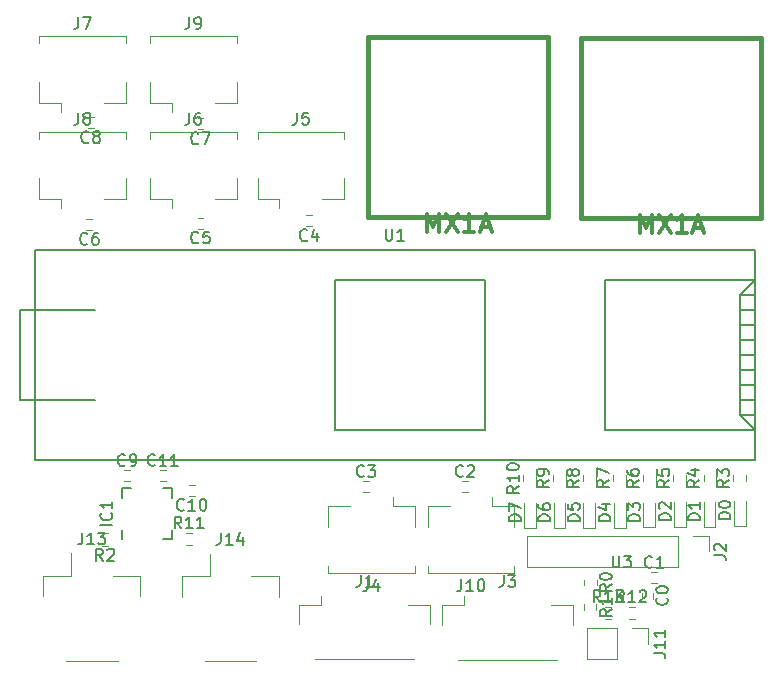
<source format=gbr>
G04 #@! TF.FileFunction,Legend,Top*
%FSLAX46Y46*%
G04 Gerber Fmt 4.6, Leading zero omitted, Abs format (unit mm)*
G04 Created by KiCad (PCBNEW 4.0.7) date Saturday, March 17, 2018 'PMt' 07:18:32 PM*
%MOMM*%
%LPD*%
G01*
G04 APERTURE LIST*
%ADD10C,0.050000*%
%ADD11C,0.381000*%
%ADD12C,0.120000*%
%ADD13C,0.150000*%
%ADD14C,0.304800*%
G04 APERTURE END LIST*
D10*
D11*
X125958600Y-78526640D02*
X110718600Y-78526640D01*
X110718600Y-78526640D02*
X110718600Y-63286640D01*
X110718600Y-63286640D02*
X125958600Y-63286640D01*
X125958600Y-63286640D02*
X125958600Y-78526640D01*
X107939840Y-78450440D02*
X92699840Y-78450440D01*
X92699840Y-78450440D02*
X92699840Y-63210440D01*
X92699840Y-63210440D02*
X107939840Y-63210440D01*
X107939840Y-63210440D02*
X107939840Y-78450440D01*
D12*
X65201520Y-110594960D02*
X65201520Y-108894960D01*
X65201520Y-108894960D02*
X67551520Y-108894960D01*
X67551520Y-108894960D02*
X67551520Y-106954960D01*
X73421520Y-110594960D02*
X73421520Y-108894960D01*
X73421520Y-108894960D02*
X71071520Y-108894960D01*
X67121520Y-116064960D02*
X71501520Y-116064960D01*
X76926160Y-110615280D02*
X76926160Y-108915280D01*
X76926160Y-108915280D02*
X79276160Y-108915280D01*
X79276160Y-108915280D02*
X79276160Y-106975280D01*
X85146160Y-110615280D02*
X85146160Y-108915280D01*
X85146160Y-108915280D02*
X82796160Y-108915280D01*
X78846160Y-116085280D02*
X83226160Y-116085280D01*
X123665360Y-104622120D02*
X124665360Y-104622120D01*
X124665360Y-104622120D02*
X124665360Y-102522120D01*
X123665360Y-104622120D02*
X123665360Y-102522120D01*
X121094880Y-104705940D02*
X122094880Y-104705940D01*
X122094880Y-104705940D02*
X122094880Y-102605940D01*
X121094880Y-104705940D02*
X121094880Y-102605940D01*
X118608220Y-104705940D02*
X119608220Y-104705940D01*
X119608220Y-104705940D02*
X119608220Y-102605940D01*
X118608220Y-104705940D02*
X118608220Y-102605940D01*
X116009800Y-104761820D02*
X117009800Y-104761820D01*
X117009800Y-104761820D02*
X117009800Y-102661820D01*
X116009800Y-104761820D02*
X116009800Y-102661820D01*
X113500000Y-104800000D02*
X114500000Y-104800000D01*
X114500000Y-104800000D02*
X114500000Y-102700000D01*
X113500000Y-104800000D02*
X113500000Y-102700000D01*
X110900000Y-104800000D02*
X111900000Y-104800000D01*
X111900000Y-104800000D02*
X111900000Y-102700000D01*
X110900000Y-104800000D02*
X110900000Y-102700000D01*
X108400000Y-104800000D02*
X109400000Y-104800000D01*
X109400000Y-104800000D02*
X109400000Y-102700000D01*
X108400000Y-104800000D02*
X108400000Y-102700000D01*
X105900000Y-104800000D02*
X106900000Y-104800000D01*
X106900000Y-104800000D02*
X106900000Y-102700000D01*
X105900000Y-104800000D02*
X105900000Y-102700000D01*
X86860040Y-112973200D02*
X86860040Y-111323200D01*
X86860040Y-111323200D02*
X88710040Y-111323200D01*
X88710040Y-111323200D02*
X88710040Y-110533200D01*
X97930040Y-112973200D02*
X97930040Y-111323200D01*
X97930040Y-111323200D02*
X96080040Y-111323200D01*
X88180040Y-115943200D02*
X96610040Y-115943200D01*
X106170000Y-105470000D02*
X106170000Y-108130000D01*
X118930000Y-105470000D02*
X106170000Y-105470000D01*
X118930000Y-108130000D02*
X106170000Y-108130000D01*
X118930000Y-105470000D02*
X118930000Y-108130000D01*
X120200000Y-105470000D02*
X121530000Y-105470000D01*
X121530000Y-105470000D02*
X121530000Y-106800000D01*
X98960600Y-112983360D02*
X98960600Y-111333360D01*
X98960600Y-111333360D02*
X100810600Y-111333360D01*
X100810600Y-111333360D02*
X100810600Y-110543360D01*
X110030600Y-112983360D02*
X110030600Y-111333360D01*
X110030600Y-111333360D02*
X108180600Y-111333360D01*
X100280600Y-115953360D02*
X108710600Y-115953360D01*
X111207240Y-113264640D02*
X111207240Y-115924640D01*
X113807240Y-113264640D02*
X111207240Y-113264640D01*
X113807240Y-115924640D02*
X111207240Y-115924640D01*
X113807240Y-113264640D02*
X113807240Y-115924640D01*
X115077240Y-113264640D02*
X116407240Y-113264640D01*
X116407240Y-113264640D02*
X116407240Y-114594640D01*
D13*
X71824960Y-101461680D02*
X72599960Y-101461680D01*
X76124960Y-105761680D02*
X75349960Y-105761680D01*
X76124960Y-101461680D02*
X75349960Y-101461680D01*
X71824960Y-105761680D02*
X71824960Y-104986680D01*
X76124960Y-105761680D02*
X76124960Y-104986680D01*
X76124960Y-101461680D02*
X76124960Y-102236680D01*
X71824960Y-101461680D02*
X71824960Y-102236680D01*
D12*
X116820000Y-110800000D02*
X116820000Y-110300000D01*
X115880000Y-110300000D02*
X115880000Y-110800000D01*
X117150000Y-108530000D02*
X116650000Y-108530000D01*
X116650000Y-109470000D02*
X117150000Y-109470000D01*
X101150000Y-100830000D02*
X100650000Y-100830000D01*
X100650000Y-101770000D02*
X101150000Y-101770000D01*
X92750000Y-100830000D02*
X92250000Y-100830000D01*
X92250000Y-101770000D02*
X92750000Y-101770000D01*
X87450000Y-79270000D02*
X87950000Y-79270000D01*
X87950000Y-78330000D02*
X87450000Y-78330000D01*
X78250000Y-79470000D02*
X78750000Y-79470000D01*
X78750000Y-78530000D02*
X78250000Y-78530000D01*
X68850000Y-79570000D02*
X69350000Y-79570000D01*
X69350000Y-78630000D02*
X68850000Y-78630000D01*
X78250000Y-71070000D02*
X78750000Y-71070000D01*
X78750000Y-70130000D02*
X78250000Y-70130000D01*
X68950000Y-70970000D02*
X69450000Y-70970000D01*
X69450000Y-70030000D02*
X68950000Y-70030000D01*
X72533320Y-99920960D02*
X72033320Y-99920960D01*
X72033320Y-100860960D02*
X72533320Y-100860960D01*
X77499400Y-102095400D02*
X77999400Y-102095400D01*
X77999400Y-101155400D02*
X77499400Y-101155400D01*
X75545760Y-99915880D02*
X75045760Y-99915880D01*
X75045760Y-100855880D02*
X75545760Y-100855880D01*
X112042520Y-109676200D02*
X112042520Y-109176200D01*
X110982520Y-109176200D02*
X110982520Y-109676200D01*
X112030000Y-111750000D02*
X112030000Y-111250000D01*
X110970000Y-111250000D02*
X110970000Y-111750000D01*
X70158800Y-106295600D02*
X70658800Y-106295600D01*
X70658800Y-105235600D02*
X70158800Y-105235600D01*
X123607420Y-100361940D02*
X123607420Y-100861940D01*
X124667420Y-100861940D02*
X124667420Y-100361940D01*
X121092820Y-100334000D02*
X121092820Y-100834000D01*
X122152820Y-100834000D02*
X122152820Y-100334000D01*
X118550280Y-100334000D02*
X118550280Y-100834000D01*
X119610280Y-100834000D02*
X119610280Y-100334000D01*
X115979800Y-100334000D02*
X115979800Y-100834000D01*
X117039800Y-100834000D02*
X117039800Y-100334000D01*
X113437260Y-100334000D02*
X113437260Y-100834000D01*
X114497260Y-100834000D02*
X114497260Y-100334000D01*
X110894720Y-100361940D02*
X110894720Y-100861940D01*
X111954720Y-100861940D02*
X111954720Y-100361940D01*
X108352180Y-100334000D02*
X108352180Y-100834000D01*
X109412180Y-100834000D02*
X109412180Y-100334000D01*
X105809640Y-100361940D02*
X105809640Y-100861940D01*
X106869640Y-100861940D02*
X106869640Y-100361940D01*
X77770800Y-105215280D02*
X77270800Y-105215280D01*
X77270800Y-106275280D02*
X77770800Y-106275280D01*
D13*
X102549960Y-96535240D02*
X102549960Y-83835240D01*
X89849960Y-83835240D02*
X89849960Y-96535240D01*
X89849960Y-96535240D02*
X102549960Y-96535240D01*
X89849960Y-83835240D02*
X102549960Y-83835240D01*
X124139960Y-95265240D02*
X125409960Y-95265240D01*
X124139960Y-93995240D02*
X125409960Y-93995240D01*
X124139960Y-92725240D02*
X125409960Y-92725240D01*
X124139960Y-91455240D02*
X125409960Y-91455240D01*
X124139960Y-90185240D02*
X125409960Y-90185240D01*
X124139960Y-88915240D02*
X125409960Y-88915240D01*
X124139960Y-87645240D02*
X125409960Y-87645240D01*
X124139960Y-86375240D02*
X125409960Y-86375240D01*
X124139960Y-85105240D02*
X125409960Y-85105240D01*
X125409960Y-96535240D02*
X124139960Y-95265240D01*
X124139960Y-95265240D02*
X124139960Y-85105240D01*
X124139960Y-85105240D02*
X125409960Y-83835240D01*
X125409960Y-83835240D02*
X112709960Y-83835240D01*
X112709960Y-83835240D02*
X112709960Y-96535240D01*
X112709960Y-96535240D02*
X125409960Y-96535240D01*
X125409960Y-81295240D02*
X64449960Y-81295240D01*
X64449960Y-99075240D02*
X125409960Y-99075240D01*
X64449960Y-93995240D02*
X63179960Y-93995240D01*
X63179960Y-93995240D02*
X63179960Y-86375240D01*
X63179960Y-86375240D02*
X64449960Y-86375240D01*
X69529960Y-86375240D02*
X64449960Y-86375240D01*
X69529960Y-93995240D02*
X64449960Y-93995240D01*
X125409960Y-81295240D02*
X125409960Y-99075240D01*
X64449960Y-99075240D02*
X64449960Y-81295240D01*
D12*
X96660000Y-104740000D02*
X96660000Y-102940000D01*
X96660000Y-102940000D02*
X94810000Y-102940000D01*
X94810000Y-102940000D02*
X94810000Y-102200000D01*
X89340000Y-104740000D02*
X89340000Y-102940000D01*
X89340000Y-102940000D02*
X91190000Y-102940000D01*
X96660000Y-108060000D02*
X96660000Y-108610000D01*
X96660000Y-108610000D02*
X89340000Y-108610000D01*
X89340000Y-108610000D02*
X89340000Y-108060000D01*
X83340000Y-75160000D02*
X83340000Y-76960000D01*
X83340000Y-76960000D02*
X85190000Y-76960000D01*
X85190000Y-76960000D02*
X85190000Y-77700000D01*
X90660000Y-75160000D02*
X90660000Y-76960000D01*
X90660000Y-76960000D02*
X88810000Y-76960000D01*
X83340000Y-71840000D02*
X83340000Y-71290000D01*
X83340000Y-71290000D02*
X90660000Y-71290000D01*
X90660000Y-71290000D02*
X90660000Y-71840000D01*
X74240000Y-75160000D02*
X74240000Y-76960000D01*
X74240000Y-76960000D02*
X76090000Y-76960000D01*
X76090000Y-76960000D02*
X76090000Y-77700000D01*
X81560000Y-75160000D02*
X81560000Y-76960000D01*
X81560000Y-76960000D02*
X79710000Y-76960000D01*
X74240000Y-71840000D02*
X74240000Y-71290000D01*
X74240000Y-71290000D02*
X81560000Y-71290000D01*
X81560000Y-71290000D02*
X81560000Y-71840000D01*
X64840000Y-67060000D02*
X64840000Y-68860000D01*
X64840000Y-68860000D02*
X66690000Y-68860000D01*
X66690000Y-68860000D02*
X66690000Y-69600000D01*
X72160000Y-67060000D02*
X72160000Y-68860000D01*
X72160000Y-68860000D02*
X70310000Y-68860000D01*
X64840000Y-63740000D02*
X64840000Y-63190000D01*
X64840000Y-63190000D02*
X72160000Y-63190000D01*
X72160000Y-63190000D02*
X72160000Y-63740000D01*
X64840000Y-75160000D02*
X64840000Y-76960000D01*
X64840000Y-76960000D02*
X66690000Y-76960000D01*
X66690000Y-76960000D02*
X66690000Y-77700000D01*
X72160000Y-75160000D02*
X72160000Y-76960000D01*
X72160000Y-76960000D02*
X70310000Y-76960000D01*
X64840000Y-71840000D02*
X64840000Y-71290000D01*
X64840000Y-71290000D02*
X72160000Y-71290000D01*
X72160000Y-71290000D02*
X72160000Y-71840000D01*
X74240000Y-67060000D02*
X74240000Y-68860000D01*
X74240000Y-68860000D02*
X76090000Y-68860000D01*
X76090000Y-68860000D02*
X76090000Y-69600000D01*
X81560000Y-67060000D02*
X81560000Y-68860000D01*
X81560000Y-68860000D02*
X79710000Y-68860000D01*
X74240000Y-63740000D02*
X74240000Y-63190000D01*
X74240000Y-63190000D02*
X81560000Y-63190000D01*
X81560000Y-63190000D02*
X81560000Y-63740000D01*
X105060000Y-104740000D02*
X105060000Y-102940000D01*
X105060000Y-102940000D02*
X103210000Y-102940000D01*
X103210000Y-102940000D02*
X103210000Y-102200000D01*
X97740000Y-104740000D02*
X97740000Y-102940000D01*
X97740000Y-102940000D02*
X99590000Y-102940000D01*
X105060000Y-108060000D02*
X105060000Y-108610000D01*
X105060000Y-108610000D02*
X97740000Y-108610000D01*
X97740000Y-108610000D02*
X97740000Y-108060000D01*
X115250000Y-111470000D02*
X114750000Y-111470000D01*
X114750000Y-112530000D02*
X115250000Y-112530000D01*
X113250000Y-111470000D02*
X112750000Y-111470000D01*
X112750000Y-112530000D02*
X113250000Y-112530000D01*
D13*
X113387135Y-107142061D02*
X113387135Y-107951585D01*
X113434754Y-108046823D01*
X113482373Y-108094442D01*
X113577611Y-108142061D01*
X113768088Y-108142061D01*
X113863326Y-108094442D01*
X113910945Y-108046823D01*
X113958564Y-107951585D01*
X113958564Y-107142061D01*
X114339516Y-107142061D02*
X114958564Y-107142061D01*
X114625230Y-107523013D01*
X114768088Y-107523013D01*
X114863326Y-107570632D01*
X114910945Y-107618251D01*
X114958564Y-107713490D01*
X114958564Y-107951585D01*
X114910945Y-108046823D01*
X114863326Y-108094442D01*
X114768088Y-108142061D01*
X114482373Y-108142061D01*
X114387135Y-108094442D01*
X114339516Y-108046823D01*
D14*
X115726028Y-79851069D02*
X115726028Y-78327069D01*
X116234028Y-79415640D01*
X116742028Y-78327069D01*
X116742028Y-79851069D01*
X117322599Y-78327069D02*
X118338599Y-79851069D01*
X118338599Y-78327069D02*
X117322599Y-79851069D01*
X119717457Y-79851069D02*
X118846600Y-79851069D01*
X119282028Y-79851069D02*
X119282028Y-78327069D01*
X119136885Y-78544783D01*
X118991743Y-78689926D01*
X118846600Y-78762497D01*
X120298029Y-79415640D02*
X121023743Y-79415640D01*
X120152886Y-79851069D02*
X120660886Y-78327069D01*
X121168886Y-79851069D01*
X97707268Y-79774869D02*
X97707268Y-78250869D01*
X98215268Y-79339440D01*
X98723268Y-78250869D01*
X98723268Y-79774869D01*
X99303839Y-78250869D02*
X100319839Y-79774869D01*
X100319839Y-78250869D02*
X99303839Y-79774869D01*
X101698697Y-79774869D02*
X100827840Y-79774869D01*
X101263268Y-79774869D02*
X101263268Y-78250869D01*
X101118125Y-78468583D01*
X100972983Y-78613726D01*
X100827840Y-78686297D01*
X102279269Y-79339440D02*
X103004983Y-79339440D01*
X102134126Y-79774869D02*
X102642126Y-78250869D01*
X103150126Y-79774869D01*
D13*
X68501997Y-105207341D02*
X68501997Y-105921627D01*
X68454377Y-106064484D01*
X68359139Y-106159722D01*
X68216282Y-106207341D01*
X68121044Y-106207341D01*
X69501997Y-106207341D02*
X68930568Y-106207341D01*
X69216282Y-106207341D02*
X69216282Y-105207341D01*
X69121044Y-105350198D01*
X69025806Y-105445436D01*
X68930568Y-105493055D01*
X69835330Y-105207341D02*
X70454378Y-105207341D01*
X70121044Y-105588293D01*
X70263902Y-105588293D01*
X70359140Y-105635912D01*
X70406759Y-105683531D01*
X70454378Y-105778770D01*
X70454378Y-106016865D01*
X70406759Y-106112103D01*
X70359140Y-106159722D01*
X70263902Y-106207341D01*
X69978187Y-106207341D01*
X69882949Y-106159722D01*
X69835330Y-106112103D01*
X80226637Y-105227661D02*
X80226637Y-105941947D01*
X80179017Y-106084804D01*
X80083779Y-106180042D01*
X79940922Y-106227661D01*
X79845684Y-106227661D01*
X81226637Y-106227661D02*
X80655208Y-106227661D01*
X80940922Y-106227661D02*
X80940922Y-105227661D01*
X80845684Y-105370518D01*
X80750446Y-105465756D01*
X80655208Y-105513375D01*
X82083780Y-105560994D02*
X82083780Y-106227661D01*
X81845684Y-105180042D02*
X81607589Y-105894328D01*
X82226637Y-105894328D01*
X123367741Y-104060215D02*
X122367741Y-104060215D01*
X122367741Y-103822120D01*
X122415360Y-103679262D01*
X122510598Y-103584024D01*
X122605836Y-103536405D01*
X122796312Y-103488786D01*
X122939170Y-103488786D01*
X123129646Y-103536405D01*
X123224884Y-103584024D01*
X123320122Y-103679262D01*
X123367741Y-103822120D01*
X123367741Y-104060215D01*
X122367741Y-102869739D02*
X122367741Y-102774500D01*
X122415360Y-102679262D01*
X122462979Y-102631643D01*
X122558217Y-102584024D01*
X122748693Y-102536405D01*
X122986789Y-102536405D01*
X123177265Y-102584024D01*
X123272503Y-102631643D01*
X123320122Y-102679262D01*
X123367741Y-102774500D01*
X123367741Y-102869739D01*
X123320122Y-102964977D01*
X123272503Y-103012596D01*
X123177265Y-103060215D01*
X122986789Y-103107834D01*
X122748693Y-103107834D01*
X122558217Y-103060215D01*
X122462979Y-103012596D01*
X122415360Y-102964977D01*
X122367741Y-102869739D01*
X120797261Y-104144035D02*
X119797261Y-104144035D01*
X119797261Y-103905940D01*
X119844880Y-103763082D01*
X119940118Y-103667844D01*
X120035356Y-103620225D01*
X120225832Y-103572606D01*
X120368690Y-103572606D01*
X120559166Y-103620225D01*
X120654404Y-103667844D01*
X120749642Y-103763082D01*
X120797261Y-103905940D01*
X120797261Y-104144035D01*
X120797261Y-102620225D02*
X120797261Y-103191654D01*
X120797261Y-102905940D02*
X119797261Y-102905940D01*
X119940118Y-103001178D01*
X120035356Y-103096416D01*
X120082975Y-103191654D01*
X118310601Y-104144035D02*
X117310601Y-104144035D01*
X117310601Y-103905940D01*
X117358220Y-103763082D01*
X117453458Y-103667844D01*
X117548696Y-103620225D01*
X117739172Y-103572606D01*
X117882030Y-103572606D01*
X118072506Y-103620225D01*
X118167744Y-103667844D01*
X118262982Y-103763082D01*
X118310601Y-103905940D01*
X118310601Y-104144035D01*
X117405839Y-103191654D02*
X117358220Y-103144035D01*
X117310601Y-103048797D01*
X117310601Y-102810701D01*
X117358220Y-102715463D01*
X117405839Y-102667844D01*
X117501077Y-102620225D01*
X117596315Y-102620225D01*
X117739172Y-102667844D01*
X118310601Y-103239273D01*
X118310601Y-102620225D01*
X115712181Y-104199915D02*
X114712181Y-104199915D01*
X114712181Y-103961820D01*
X114759800Y-103818962D01*
X114855038Y-103723724D01*
X114950276Y-103676105D01*
X115140752Y-103628486D01*
X115283610Y-103628486D01*
X115474086Y-103676105D01*
X115569324Y-103723724D01*
X115664562Y-103818962D01*
X115712181Y-103961820D01*
X115712181Y-104199915D01*
X114712181Y-103295153D02*
X114712181Y-102676105D01*
X115093133Y-103009439D01*
X115093133Y-102866581D01*
X115140752Y-102771343D01*
X115188371Y-102723724D01*
X115283610Y-102676105D01*
X115521705Y-102676105D01*
X115616943Y-102723724D01*
X115664562Y-102771343D01*
X115712181Y-102866581D01*
X115712181Y-103152296D01*
X115664562Y-103247534D01*
X115616943Y-103295153D01*
X113202381Y-104238095D02*
X112202381Y-104238095D01*
X112202381Y-104000000D01*
X112250000Y-103857142D01*
X112345238Y-103761904D01*
X112440476Y-103714285D01*
X112630952Y-103666666D01*
X112773810Y-103666666D01*
X112964286Y-103714285D01*
X113059524Y-103761904D01*
X113154762Y-103857142D01*
X113202381Y-104000000D01*
X113202381Y-104238095D01*
X112535714Y-102809523D02*
X113202381Y-102809523D01*
X112154762Y-103047619D02*
X112869048Y-103285714D01*
X112869048Y-102666666D01*
X110602381Y-104238095D02*
X109602381Y-104238095D01*
X109602381Y-104000000D01*
X109650000Y-103857142D01*
X109745238Y-103761904D01*
X109840476Y-103714285D01*
X110030952Y-103666666D01*
X110173810Y-103666666D01*
X110364286Y-103714285D01*
X110459524Y-103761904D01*
X110554762Y-103857142D01*
X110602381Y-104000000D01*
X110602381Y-104238095D01*
X109602381Y-102761904D02*
X109602381Y-103238095D01*
X110078571Y-103285714D01*
X110030952Y-103238095D01*
X109983333Y-103142857D01*
X109983333Y-102904761D01*
X110030952Y-102809523D01*
X110078571Y-102761904D01*
X110173810Y-102714285D01*
X110411905Y-102714285D01*
X110507143Y-102761904D01*
X110554762Y-102809523D01*
X110602381Y-102904761D01*
X110602381Y-103142857D01*
X110554762Y-103238095D01*
X110507143Y-103285714D01*
X108102381Y-104238095D02*
X107102381Y-104238095D01*
X107102381Y-104000000D01*
X107150000Y-103857142D01*
X107245238Y-103761904D01*
X107340476Y-103714285D01*
X107530952Y-103666666D01*
X107673810Y-103666666D01*
X107864286Y-103714285D01*
X107959524Y-103761904D01*
X108054762Y-103857142D01*
X108102381Y-104000000D01*
X108102381Y-104238095D01*
X107102381Y-102809523D02*
X107102381Y-103000000D01*
X107150000Y-103095238D01*
X107197619Y-103142857D01*
X107340476Y-103238095D01*
X107530952Y-103285714D01*
X107911905Y-103285714D01*
X108007143Y-103238095D01*
X108054762Y-103190476D01*
X108102381Y-103095238D01*
X108102381Y-102904761D01*
X108054762Y-102809523D01*
X108007143Y-102761904D01*
X107911905Y-102714285D01*
X107673810Y-102714285D01*
X107578571Y-102761904D01*
X107530952Y-102809523D01*
X107483333Y-102904761D01*
X107483333Y-103095238D01*
X107530952Y-103190476D01*
X107578571Y-103238095D01*
X107673810Y-103285714D01*
X105602381Y-104238095D02*
X104602381Y-104238095D01*
X104602381Y-104000000D01*
X104650000Y-103857142D01*
X104745238Y-103761904D01*
X104840476Y-103714285D01*
X105030952Y-103666666D01*
X105173810Y-103666666D01*
X105364286Y-103714285D01*
X105459524Y-103761904D01*
X105554762Y-103857142D01*
X105602381Y-104000000D01*
X105602381Y-104238095D01*
X104602381Y-103333333D02*
X104602381Y-102666666D01*
X105602381Y-103095238D01*
X92061707Y-108785581D02*
X92061707Y-109499867D01*
X92014087Y-109642724D01*
X91918849Y-109737962D01*
X91775992Y-109785581D01*
X91680754Y-109785581D01*
X93061707Y-109785581D02*
X92490278Y-109785581D01*
X92775992Y-109785581D02*
X92775992Y-108785581D01*
X92680754Y-108928438D01*
X92585516Y-109023676D01*
X92490278Y-109071295D01*
X121982381Y-107133333D02*
X122696667Y-107133333D01*
X122839524Y-107180953D01*
X122934762Y-107276191D01*
X122982381Y-107419048D01*
X122982381Y-107514286D01*
X122077619Y-106704762D02*
X122030000Y-106657143D01*
X121982381Y-106561905D01*
X121982381Y-106323809D01*
X122030000Y-106228571D01*
X122077619Y-106180952D01*
X122172857Y-106133333D01*
X122268095Y-106133333D01*
X122410952Y-106180952D01*
X122982381Y-106752381D01*
X122982381Y-106133333D01*
X104162267Y-108795741D02*
X104162267Y-109510027D01*
X104114647Y-109652884D01*
X104019409Y-109748122D01*
X103876552Y-109795741D01*
X103781314Y-109795741D01*
X104543219Y-108795741D02*
X105162267Y-108795741D01*
X104828933Y-109176693D01*
X104971791Y-109176693D01*
X105067029Y-109224312D01*
X105114648Y-109271931D01*
X105162267Y-109367170D01*
X105162267Y-109605265D01*
X105114648Y-109700503D01*
X105067029Y-109748122D01*
X104971791Y-109795741D01*
X104686076Y-109795741D01*
X104590838Y-109748122D01*
X104543219Y-109700503D01*
X116859621Y-115404163D02*
X117573907Y-115404163D01*
X117716764Y-115451783D01*
X117812002Y-115547021D01*
X117859621Y-115689878D01*
X117859621Y-115785116D01*
X117859621Y-114404163D02*
X117859621Y-114975592D01*
X117859621Y-114689878D02*
X116859621Y-114689878D01*
X117002478Y-114785116D01*
X117097716Y-114880354D01*
X117145335Y-114975592D01*
X117859621Y-113451782D02*
X117859621Y-114023211D01*
X117859621Y-113737497D02*
X116859621Y-113737497D01*
X117002478Y-113832735D01*
X117097716Y-113927973D01*
X117145335Y-114023211D01*
X71027341Y-104587870D02*
X70027341Y-104587870D01*
X70932103Y-103540251D02*
X70979722Y-103587870D01*
X71027341Y-103730727D01*
X71027341Y-103825965D01*
X70979722Y-103968823D01*
X70884484Y-104064061D01*
X70789246Y-104111680D01*
X70598770Y-104159299D01*
X70455912Y-104159299D01*
X70265436Y-104111680D01*
X70170198Y-104064061D01*
X70074960Y-103968823D01*
X70027341Y-103825965D01*
X70027341Y-103730727D01*
X70074960Y-103587870D01*
X70122579Y-103540251D01*
X71027341Y-102587870D02*
X71027341Y-103159299D01*
X71027341Y-102873585D02*
X70027341Y-102873585D01*
X70170198Y-102968823D01*
X70265436Y-103064061D01*
X70313055Y-103159299D01*
X117977143Y-110716666D02*
X118024762Y-110764285D01*
X118072381Y-110907142D01*
X118072381Y-111002380D01*
X118024762Y-111145238D01*
X117929524Y-111240476D01*
X117834286Y-111288095D01*
X117643810Y-111335714D01*
X117500952Y-111335714D01*
X117310476Y-111288095D01*
X117215238Y-111240476D01*
X117120000Y-111145238D01*
X117072381Y-111002380D01*
X117072381Y-110907142D01*
X117120000Y-110764285D01*
X117167619Y-110716666D01*
X117072381Y-110097619D02*
X117072381Y-110002380D01*
X117120000Y-109907142D01*
X117167619Y-109859523D01*
X117262857Y-109811904D01*
X117453333Y-109764285D01*
X117691429Y-109764285D01*
X117881905Y-109811904D01*
X117977143Y-109859523D01*
X118024762Y-109907142D01*
X118072381Y-110002380D01*
X118072381Y-110097619D01*
X118024762Y-110192857D01*
X117977143Y-110240476D01*
X117881905Y-110288095D01*
X117691429Y-110335714D01*
X117453333Y-110335714D01*
X117262857Y-110288095D01*
X117167619Y-110240476D01*
X117120000Y-110192857D01*
X117072381Y-110097619D01*
X116733334Y-108087143D02*
X116685715Y-108134762D01*
X116542858Y-108182381D01*
X116447620Y-108182381D01*
X116304762Y-108134762D01*
X116209524Y-108039524D01*
X116161905Y-107944286D01*
X116114286Y-107753810D01*
X116114286Y-107610952D01*
X116161905Y-107420476D01*
X116209524Y-107325238D01*
X116304762Y-107230000D01*
X116447620Y-107182381D01*
X116542858Y-107182381D01*
X116685715Y-107230000D01*
X116733334Y-107277619D01*
X117685715Y-108182381D02*
X117114286Y-108182381D01*
X117400000Y-108182381D02*
X117400000Y-107182381D01*
X117304762Y-107325238D01*
X117209524Y-107420476D01*
X117114286Y-107468095D01*
X100733334Y-100387143D02*
X100685715Y-100434762D01*
X100542858Y-100482381D01*
X100447620Y-100482381D01*
X100304762Y-100434762D01*
X100209524Y-100339524D01*
X100161905Y-100244286D01*
X100114286Y-100053810D01*
X100114286Y-99910952D01*
X100161905Y-99720476D01*
X100209524Y-99625238D01*
X100304762Y-99530000D01*
X100447620Y-99482381D01*
X100542858Y-99482381D01*
X100685715Y-99530000D01*
X100733334Y-99577619D01*
X101114286Y-99577619D02*
X101161905Y-99530000D01*
X101257143Y-99482381D01*
X101495239Y-99482381D01*
X101590477Y-99530000D01*
X101638096Y-99577619D01*
X101685715Y-99672857D01*
X101685715Y-99768095D01*
X101638096Y-99910952D01*
X101066667Y-100482381D01*
X101685715Y-100482381D01*
X92333334Y-100387143D02*
X92285715Y-100434762D01*
X92142858Y-100482381D01*
X92047620Y-100482381D01*
X91904762Y-100434762D01*
X91809524Y-100339524D01*
X91761905Y-100244286D01*
X91714286Y-100053810D01*
X91714286Y-99910952D01*
X91761905Y-99720476D01*
X91809524Y-99625238D01*
X91904762Y-99530000D01*
X92047620Y-99482381D01*
X92142858Y-99482381D01*
X92285715Y-99530000D01*
X92333334Y-99577619D01*
X92666667Y-99482381D02*
X93285715Y-99482381D01*
X92952381Y-99863333D01*
X93095239Y-99863333D01*
X93190477Y-99910952D01*
X93238096Y-99958571D01*
X93285715Y-100053810D01*
X93285715Y-100291905D01*
X93238096Y-100387143D01*
X93190477Y-100434762D01*
X93095239Y-100482381D01*
X92809524Y-100482381D01*
X92714286Y-100434762D01*
X92666667Y-100387143D01*
X87533334Y-80427143D02*
X87485715Y-80474762D01*
X87342858Y-80522381D01*
X87247620Y-80522381D01*
X87104762Y-80474762D01*
X87009524Y-80379524D01*
X86961905Y-80284286D01*
X86914286Y-80093810D01*
X86914286Y-79950952D01*
X86961905Y-79760476D01*
X87009524Y-79665238D01*
X87104762Y-79570000D01*
X87247620Y-79522381D01*
X87342858Y-79522381D01*
X87485715Y-79570000D01*
X87533334Y-79617619D01*
X88390477Y-79855714D02*
X88390477Y-80522381D01*
X88152381Y-79474762D02*
X87914286Y-80189048D01*
X88533334Y-80189048D01*
X78333334Y-80627143D02*
X78285715Y-80674762D01*
X78142858Y-80722381D01*
X78047620Y-80722381D01*
X77904762Y-80674762D01*
X77809524Y-80579524D01*
X77761905Y-80484286D01*
X77714286Y-80293810D01*
X77714286Y-80150952D01*
X77761905Y-79960476D01*
X77809524Y-79865238D01*
X77904762Y-79770000D01*
X78047620Y-79722381D01*
X78142858Y-79722381D01*
X78285715Y-79770000D01*
X78333334Y-79817619D01*
X79238096Y-79722381D02*
X78761905Y-79722381D01*
X78714286Y-80198571D01*
X78761905Y-80150952D01*
X78857143Y-80103333D01*
X79095239Y-80103333D01*
X79190477Y-80150952D01*
X79238096Y-80198571D01*
X79285715Y-80293810D01*
X79285715Y-80531905D01*
X79238096Y-80627143D01*
X79190477Y-80674762D01*
X79095239Y-80722381D01*
X78857143Y-80722381D01*
X78761905Y-80674762D01*
X78714286Y-80627143D01*
X68933334Y-80727143D02*
X68885715Y-80774762D01*
X68742858Y-80822381D01*
X68647620Y-80822381D01*
X68504762Y-80774762D01*
X68409524Y-80679524D01*
X68361905Y-80584286D01*
X68314286Y-80393810D01*
X68314286Y-80250952D01*
X68361905Y-80060476D01*
X68409524Y-79965238D01*
X68504762Y-79870000D01*
X68647620Y-79822381D01*
X68742858Y-79822381D01*
X68885715Y-79870000D01*
X68933334Y-79917619D01*
X69790477Y-79822381D02*
X69600000Y-79822381D01*
X69504762Y-79870000D01*
X69457143Y-79917619D01*
X69361905Y-80060476D01*
X69314286Y-80250952D01*
X69314286Y-80631905D01*
X69361905Y-80727143D01*
X69409524Y-80774762D01*
X69504762Y-80822381D01*
X69695239Y-80822381D01*
X69790477Y-80774762D01*
X69838096Y-80727143D01*
X69885715Y-80631905D01*
X69885715Y-80393810D01*
X69838096Y-80298571D01*
X69790477Y-80250952D01*
X69695239Y-80203333D01*
X69504762Y-80203333D01*
X69409524Y-80250952D01*
X69361905Y-80298571D01*
X69314286Y-80393810D01*
X78333334Y-72227143D02*
X78285715Y-72274762D01*
X78142858Y-72322381D01*
X78047620Y-72322381D01*
X77904762Y-72274762D01*
X77809524Y-72179524D01*
X77761905Y-72084286D01*
X77714286Y-71893810D01*
X77714286Y-71750952D01*
X77761905Y-71560476D01*
X77809524Y-71465238D01*
X77904762Y-71370000D01*
X78047620Y-71322381D01*
X78142858Y-71322381D01*
X78285715Y-71370000D01*
X78333334Y-71417619D01*
X78666667Y-71322381D02*
X79333334Y-71322381D01*
X78904762Y-72322381D01*
X69033334Y-72127143D02*
X68985715Y-72174762D01*
X68842858Y-72222381D01*
X68747620Y-72222381D01*
X68604762Y-72174762D01*
X68509524Y-72079524D01*
X68461905Y-71984286D01*
X68414286Y-71793810D01*
X68414286Y-71650952D01*
X68461905Y-71460476D01*
X68509524Y-71365238D01*
X68604762Y-71270000D01*
X68747620Y-71222381D01*
X68842858Y-71222381D01*
X68985715Y-71270000D01*
X69033334Y-71317619D01*
X69604762Y-71650952D02*
X69509524Y-71603333D01*
X69461905Y-71555714D01*
X69414286Y-71460476D01*
X69414286Y-71412857D01*
X69461905Y-71317619D01*
X69509524Y-71270000D01*
X69604762Y-71222381D01*
X69795239Y-71222381D01*
X69890477Y-71270000D01*
X69938096Y-71317619D01*
X69985715Y-71412857D01*
X69985715Y-71460476D01*
X69938096Y-71555714D01*
X69890477Y-71603333D01*
X69795239Y-71650952D01*
X69604762Y-71650952D01*
X69509524Y-71698571D01*
X69461905Y-71746190D01*
X69414286Y-71841429D01*
X69414286Y-72031905D01*
X69461905Y-72127143D01*
X69509524Y-72174762D01*
X69604762Y-72222381D01*
X69795239Y-72222381D01*
X69890477Y-72174762D01*
X69938096Y-72127143D01*
X69985715Y-72031905D01*
X69985715Y-71841429D01*
X69938096Y-71746190D01*
X69890477Y-71698571D01*
X69795239Y-71650952D01*
X72116654Y-99478103D02*
X72069035Y-99525722D01*
X71926178Y-99573341D01*
X71830940Y-99573341D01*
X71688082Y-99525722D01*
X71592844Y-99430484D01*
X71545225Y-99335246D01*
X71497606Y-99144770D01*
X71497606Y-99001912D01*
X71545225Y-98811436D01*
X71592844Y-98716198D01*
X71688082Y-98620960D01*
X71830940Y-98573341D01*
X71926178Y-98573341D01*
X72069035Y-98620960D01*
X72116654Y-98668579D01*
X72592844Y-99573341D02*
X72783320Y-99573341D01*
X72878559Y-99525722D01*
X72926178Y-99478103D01*
X73021416Y-99335246D01*
X73069035Y-99144770D01*
X73069035Y-98763817D01*
X73021416Y-98668579D01*
X72973797Y-98620960D01*
X72878559Y-98573341D01*
X72688082Y-98573341D01*
X72592844Y-98620960D01*
X72545225Y-98668579D01*
X72497606Y-98763817D01*
X72497606Y-99001912D01*
X72545225Y-99097150D01*
X72592844Y-99144770D01*
X72688082Y-99192389D01*
X72878559Y-99192389D01*
X72973797Y-99144770D01*
X73021416Y-99097150D01*
X73069035Y-99001912D01*
X77106543Y-103252543D02*
X77058924Y-103300162D01*
X76916067Y-103347781D01*
X76820829Y-103347781D01*
X76677971Y-103300162D01*
X76582733Y-103204924D01*
X76535114Y-103109686D01*
X76487495Y-102919210D01*
X76487495Y-102776352D01*
X76535114Y-102585876D01*
X76582733Y-102490638D01*
X76677971Y-102395400D01*
X76820829Y-102347781D01*
X76916067Y-102347781D01*
X77058924Y-102395400D01*
X77106543Y-102443019D01*
X78058924Y-103347781D02*
X77487495Y-103347781D01*
X77773209Y-103347781D02*
X77773209Y-102347781D01*
X77677971Y-102490638D01*
X77582733Y-102585876D01*
X77487495Y-102633495D01*
X78677971Y-102347781D02*
X78773210Y-102347781D01*
X78868448Y-102395400D01*
X78916067Y-102443019D01*
X78963686Y-102538257D01*
X79011305Y-102728733D01*
X79011305Y-102966829D01*
X78963686Y-103157305D01*
X78916067Y-103252543D01*
X78868448Y-103300162D01*
X78773210Y-103347781D01*
X78677971Y-103347781D01*
X78582733Y-103300162D01*
X78535114Y-103252543D01*
X78487495Y-103157305D01*
X78439876Y-102966829D01*
X78439876Y-102728733D01*
X78487495Y-102538257D01*
X78535114Y-102443019D01*
X78582733Y-102395400D01*
X78677971Y-102347781D01*
X74652903Y-99473023D02*
X74605284Y-99520642D01*
X74462427Y-99568261D01*
X74367189Y-99568261D01*
X74224331Y-99520642D01*
X74129093Y-99425404D01*
X74081474Y-99330166D01*
X74033855Y-99139690D01*
X74033855Y-98996832D01*
X74081474Y-98806356D01*
X74129093Y-98711118D01*
X74224331Y-98615880D01*
X74367189Y-98568261D01*
X74462427Y-98568261D01*
X74605284Y-98615880D01*
X74652903Y-98663499D01*
X75605284Y-99568261D02*
X75033855Y-99568261D01*
X75319569Y-99568261D02*
X75319569Y-98568261D01*
X75224331Y-98711118D01*
X75129093Y-98806356D01*
X75033855Y-98853975D01*
X76557665Y-99568261D02*
X75986236Y-99568261D01*
X76271950Y-99568261D02*
X76271950Y-98568261D01*
X76176712Y-98711118D01*
X76081474Y-98806356D01*
X75986236Y-98853975D01*
X113314901Y-109592866D02*
X112838710Y-109926200D01*
X113314901Y-110164295D02*
X112314901Y-110164295D01*
X112314901Y-109783342D01*
X112362520Y-109688104D01*
X112410139Y-109640485D01*
X112505377Y-109592866D01*
X112648234Y-109592866D01*
X112743472Y-109640485D01*
X112791091Y-109688104D01*
X112838710Y-109783342D01*
X112838710Y-110164295D01*
X112314901Y-108973819D02*
X112314901Y-108878580D01*
X112362520Y-108783342D01*
X112410139Y-108735723D01*
X112505377Y-108688104D01*
X112695853Y-108640485D01*
X112933949Y-108640485D01*
X113124425Y-108688104D01*
X113219663Y-108735723D01*
X113267282Y-108783342D01*
X113314901Y-108878580D01*
X113314901Y-108973819D01*
X113267282Y-109069057D01*
X113219663Y-109116676D01*
X113124425Y-109164295D01*
X112933949Y-109211914D01*
X112695853Y-109211914D01*
X112505377Y-109164295D01*
X112410139Y-109116676D01*
X112362520Y-109069057D01*
X112314901Y-108973819D01*
X113302381Y-111666666D02*
X112826190Y-112000000D01*
X113302381Y-112238095D02*
X112302381Y-112238095D01*
X112302381Y-111857142D01*
X112350000Y-111761904D01*
X112397619Y-111714285D01*
X112492857Y-111666666D01*
X112635714Y-111666666D01*
X112730952Y-111714285D01*
X112778571Y-111761904D01*
X112826190Y-111857142D01*
X112826190Y-112238095D01*
X113302381Y-110714285D02*
X113302381Y-111285714D01*
X113302381Y-111000000D02*
X112302381Y-111000000D01*
X112445238Y-111095238D01*
X112540476Y-111190476D01*
X112588095Y-111285714D01*
X70242134Y-107567981D02*
X69908800Y-107091790D01*
X69670705Y-107567981D02*
X69670705Y-106567981D01*
X70051658Y-106567981D01*
X70146896Y-106615600D01*
X70194515Y-106663219D01*
X70242134Y-106758457D01*
X70242134Y-106901314D01*
X70194515Y-106996552D01*
X70146896Y-107044171D01*
X70051658Y-107091790D01*
X69670705Y-107091790D01*
X70623086Y-106663219D02*
X70670705Y-106615600D01*
X70765943Y-106567981D01*
X71004039Y-106567981D01*
X71099277Y-106615600D01*
X71146896Y-106663219D01*
X71194515Y-106758457D01*
X71194515Y-106853695D01*
X71146896Y-106996552D01*
X70575467Y-107567981D01*
X71194515Y-107567981D01*
X123239801Y-100778606D02*
X122763610Y-101111940D01*
X123239801Y-101350035D02*
X122239801Y-101350035D01*
X122239801Y-100969082D01*
X122287420Y-100873844D01*
X122335039Y-100826225D01*
X122430277Y-100778606D01*
X122573134Y-100778606D01*
X122668372Y-100826225D01*
X122715991Y-100873844D01*
X122763610Y-100969082D01*
X122763610Y-101350035D01*
X122239801Y-100445273D02*
X122239801Y-99826225D01*
X122620753Y-100159559D01*
X122620753Y-100016701D01*
X122668372Y-99921463D01*
X122715991Y-99873844D01*
X122811230Y-99826225D01*
X123049325Y-99826225D01*
X123144563Y-99873844D01*
X123192182Y-99921463D01*
X123239801Y-100016701D01*
X123239801Y-100302416D01*
X123192182Y-100397654D01*
X123144563Y-100445273D01*
X120725201Y-100750666D02*
X120249010Y-101084000D01*
X120725201Y-101322095D02*
X119725201Y-101322095D01*
X119725201Y-100941142D01*
X119772820Y-100845904D01*
X119820439Y-100798285D01*
X119915677Y-100750666D01*
X120058534Y-100750666D01*
X120153772Y-100798285D01*
X120201391Y-100845904D01*
X120249010Y-100941142D01*
X120249010Y-101322095D01*
X120058534Y-99893523D02*
X120725201Y-99893523D01*
X119677582Y-100131619D02*
X120391868Y-100369714D01*
X120391868Y-99750666D01*
X118182661Y-100750666D02*
X117706470Y-101084000D01*
X118182661Y-101322095D02*
X117182661Y-101322095D01*
X117182661Y-100941142D01*
X117230280Y-100845904D01*
X117277899Y-100798285D01*
X117373137Y-100750666D01*
X117515994Y-100750666D01*
X117611232Y-100798285D01*
X117658851Y-100845904D01*
X117706470Y-100941142D01*
X117706470Y-101322095D01*
X117182661Y-99845904D02*
X117182661Y-100322095D01*
X117658851Y-100369714D01*
X117611232Y-100322095D01*
X117563613Y-100226857D01*
X117563613Y-99988761D01*
X117611232Y-99893523D01*
X117658851Y-99845904D01*
X117754090Y-99798285D01*
X117992185Y-99798285D01*
X118087423Y-99845904D01*
X118135042Y-99893523D01*
X118182661Y-99988761D01*
X118182661Y-100226857D01*
X118135042Y-100322095D01*
X118087423Y-100369714D01*
X115612181Y-100750666D02*
X115135990Y-101084000D01*
X115612181Y-101322095D02*
X114612181Y-101322095D01*
X114612181Y-100941142D01*
X114659800Y-100845904D01*
X114707419Y-100798285D01*
X114802657Y-100750666D01*
X114945514Y-100750666D01*
X115040752Y-100798285D01*
X115088371Y-100845904D01*
X115135990Y-100941142D01*
X115135990Y-101322095D01*
X114612181Y-99893523D02*
X114612181Y-100084000D01*
X114659800Y-100179238D01*
X114707419Y-100226857D01*
X114850276Y-100322095D01*
X115040752Y-100369714D01*
X115421705Y-100369714D01*
X115516943Y-100322095D01*
X115564562Y-100274476D01*
X115612181Y-100179238D01*
X115612181Y-99988761D01*
X115564562Y-99893523D01*
X115516943Y-99845904D01*
X115421705Y-99798285D01*
X115183610Y-99798285D01*
X115088371Y-99845904D01*
X115040752Y-99893523D01*
X114993133Y-99988761D01*
X114993133Y-100179238D01*
X115040752Y-100274476D01*
X115088371Y-100322095D01*
X115183610Y-100369714D01*
X113069641Y-100750666D02*
X112593450Y-101084000D01*
X113069641Y-101322095D02*
X112069641Y-101322095D01*
X112069641Y-100941142D01*
X112117260Y-100845904D01*
X112164879Y-100798285D01*
X112260117Y-100750666D01*
X112402974Y-100750666D01*
X112498212Y-100798285D01*
X112545831Y-100845904D01*
X112593450Y-100941142D01*
X112593450Y-101322095D01*
X112069641Y-100417333D02*
X112069641Y-99750666D01*
X113069641Y-100179238D01*
X110527101Y-100778606D02*
X110050910Y-101111940D01*
X110527101Y-101350035D02*
X109527101Y-101350035D01*
X109527101Y-100969082D01*
X109574720Y-100873844D01*
X109622339Y-100826225D01*
X109717577Y-100778606D01*
X109860434Y-100778606D01*
X109955672Y-100826225D01*
X110003291Y-100873844D01*
X110050910Y-100969082D01*
X110050910Y-101350035D01*
X109955672Y-100207178D02*
X109908053Y-100302416D01*
X109860434Y-100350035D01*
X109765196Y-100397654D01*
X109717577Y-100397654D01*
X109622339Y-100350035D01*
X109574720Y-100302416D01*
X109527101Y-100207178D01*
X109527101Y-100016701D01*
X109574720Y-99921463D01*
X109622339Y-99873844D01*
X109717577Y-99826225D01*
X109765196Y-99826225D01*
X109860434Y-99873844D01*
X109908053Y-99921463D01*
X109955672Y-100016701D01*
X109955672Y-100207178D01*
X110003291Y-100302416D01*
X110050910Y-100350035D01*
X110146149Y-100397654D01*
X110336625Y-100397654D01*
X110431863Y-100350035D01*
X110479482Y-100302416D01*
X110527101Y-100207178D01*
X110527101Y-100016701D01*
X110479482Y-99921463D01*
X110431863Y-99873844D01*
X110336625Y-99826225D01*
X110146149Y-99826225D01*
X110050910Y-99873844D01*
X110003291Y-99921463D01*
X109955672Y-100016701D01*
X107984561Y-100750666D02*
X107508370Y-101084000D01*
X107984561Y-101322095D02*
X106984561Y-101322095D01*
X106984561Y-100941142D01*
X107032180Y-100845904D01*
X107079799Y-100798285D01*
X107175037Y-100750666D01*
X107317894Y-100750666D01*
X107413132Y-100798285D01*
X107460751Y-100845904D01*
X107508370Y-100941142D01*
X107508370Y-101322095D01*
X107984561Y-100274476D02*
X107984561Y-100084000D01*
X107936942Y-99988761D01*
X107889323Y-99941142D01*
X107746466Y-99845904D01*
X107555990Y-99798285D01*
X107175037Y-99798285D01*
X107079799Y-99845904D01*
X107032180Y-99893523D01*
X106984561Y-99988761D01*
X106984561Y-100179238D01*
X107032180Y-100274476D01*
X107079799Y-100322095D01*
X107175037Y-100369714D01*
X107413132Y-100369714D01*
X107508370Y-100322095D01*
X107555990Y-100274476D01*
X107603609Y-100179238D01*
X107603609Y-99988761D01*
X107555990Y-99893523D01*
X107508370Y-99845904D01*
X107413132Y-99798285D01*
X105442021Y-101254797D02*
X104965830Y-101588131D01*
X105442021Y-101826226D02*
X104442021Y-101826226D01*
X104442021Y-101445273D01*
X104489640Y-101350035D01*
X104537259Y-101302416D01*
X104632497Y-101254797D01*
X104775354Y-101254797D01*
X104870592Y-101302416D01*
X104918211Y-101350035D01*
X104965830Y-101445273D01*
X104965830Y-101826226D01*
X105442021Y-100302416D02*
X105442021Y-100873845D01*
X105442021Y-100588131D02*
X104442021Y-100588131D01*
X104584878Y-100683369D01*
X104680116Y-100778607D01*
X104727735Y-100873845D01*
X104442021Y-99683369D02*
X104442021Y-99588130D01*
X104489640Y-99492892D01*
X104537259Y-99445273D01*
X104632497Y-99397654D01*
X104822973Y-99350035D01*
X105061069Y-99350035D01*
X105251545Y-99397654D01*
X105346783Y-99445273D01*
X105394402Y-99492892D01*
X105442021Y-99588130D01*
X105442021Y-99683369D01*
X105394402Y-99778607D01*
X105346783Y-99826226D01*
X105251545Y-99873845D01*
X105061069Y-99921464D01*
X104822973Y-99921464D01*
X104632497Y-99873845D01*
X104537259Y-99826226D01*
X104489640Y-99778607D01*
X104442021Y-99683369D01*
X76877943Y-104847661D02*
X76544609Y-104371470D01*
X76306514Y-104847661D02*
X76306514Y-103847661D01*
X76687467Y-103847661D01*
X76782705Y-103895280D01*
X76830324Y-103942899D01*
X76877943Y-104038137D01*
X76877943Y-104180994D01*
X76830324Y-104276232D01*
X76782705Y-104323851D01*
X76687467Y-104371470D01*
X76306514Y-104371470D01*
X77830324Y-104847661D02*
X77258895Y-104847661D01*
X77544609Y-104847661D02*
X77544609Y-103847661D01*
X77449371Y-103990518D01*
X77354133Y-104085756D01*
X77258895Y-104133375D01*
X78782705Y-104847661D02*
X78211276Y-104847661D01*
X78496990Y-104847661D02*
X78496990Y-103847661D01*
X78401752Y-103990518D01*
X78306514Y-104085756D01*
X78211276Y-104133375D01*
X94168055Y-79477621D02*
X94168055Y-80287145D01*
X94215674Y-80382383D01*
X94263293Y-80430002D01*
X94358531Y-80477621D01*
X94549008Y-80477621D01*
X94644246Y-80430002D01*
X94691865Y-80382383D01*
X94739484Y-80287145D01*
X94739484Y-79477621D01*
X95739484Y-80477621D02*
X95168055Y-80477621D01*
X95453769Y-80477621D02*
X95453769Y-79477621D01*
X95358531Y-79620478D01*
X95263293Y-79715716D01*
X95168055Y-79763335D01*
X92666667Y-109152381D02*
X92666667Y-109866667D01*
X92619047Y-110009524D01*
X92523809Y-110104762D01*
X92380952Y-110152381D01*
X92285714Y-110152381D01*
X93571429Y-109485714D02*
X93571429Y-110152381D01*
X93333333Y-109104762D02*
X93095238Y-109819048D01*
X93714286Y-109819048D01*
X86666667Y-69652381D02*
X86666667Y-70366667D01*
X86619047Y-70509524D01*
X86523809Y-70604762D01*
X86380952Y-70652381D01*
X86285714Y-70652381D01*
X87619048Y-69652381D02*
X87142857Y-69652381D01*
X87095238Y-70128571D01*
X87142857Y-70080952D01*
X87238095Y-70033333D01*
X87476191Y-70033333D01*
X87571429Y-70080952D01*
X87619048Y-70128571D01*
X87666667Y-70223810D01*
X87666667Y-70461905D01*
X87619048Y-70557143D01*
X87571429Y-70604762D01*
X87476191Y-70652381D01*
X87238095Y-70652381D01*
X87142857Y-70604762D01*
X87095238Y-70557143D01*
X77566667Y-69652381D02*
X77566667Y-70366667D01*
X77519047Y-70509524D01*
X77423809Y-70604762D01*
X77280952Y-70652381D01*
X77185714Y-70652381D01*
X78471429Y-69652381D02*
X78280952Y-69652381D01*
X78185714Y-69700000D01*
X78138095Y-69747619D01*
X78042857Y-69890476D01*
X77995238Y-70080952D01*
X77995238Y-70461905D01*
X78042857Y-70557143D01*
X78090476Y-70604762D01*
X78185714Y-70652381D01*
X78376191Y-70652381D01*
X78471429Y-70604762D01*
X78519048Y-70557143D01*
X78566667Y-70461905D01*
X78566667Y-70223810D01*
X78519048Y-70128571D01*
X78471429Y-70080952D01*
X78376191Y-70033333D01*
X78185714Y-70033333D01*
X78090476Y-70080952D01*
X78042857Y-70128571D01*
X77995238Y-70223810D01*
X68166667Y-61552381D02*
X68166667Y-62266667D01*
X68119047Y-62409524D01*
X68023809Y-62504762D01*
X67880952Y-62552381D01*
X67785714Y-62552381D01*
X68547619Y-61552381D02*
X69214286Y-61552381D01*
X68785714Y-62552381D01*
X68166667Y-69652381D02*
X68166667Y-70366667D01*
X68119047Y-70509524D01*
X68023809Y-70604762D01*
X67880952Y-70652381D01*
X67785714Y-70652381D01*
X68785714Y-70080952D02*
X68690476Y-70033333D01*
X68642857Y-69985714D01*
X68595238Y-69890476D01*
X68595238Y-69842857D01*
X68642857Y-69747619D01*
X68690476Y-69700000D01*
X68785714Y-69652381D01*
X68976191Y-69652381D01*
X69071429Y-69700000D01*
X69119048Y-69747619D01*
X69166667Y-69842857D01*
X69166667Y-69890476D01*
X69119048Y-69985714D01*
X69071429Y-70033333D01*
X68976191Y-70080952D01*
X68785714Y-70080952D01*
X68690476Y-70128571D01*
X68642857Y-70176190D01*
X68595238Y-70271429D01*
X68595238Y-70461905D01*
X68642857Y-70557143D01*
X68690476Y-70604762D01*
X68785714Y-70652381D01*
X68976191Y-70652381D01*
X69071429Y-70604762D01*
X69119048Y-70557143D01*
X69166667Y-70461905D01*
X69166667Y-70271429D01*
X69119048Y-70176190D01*
X69071429Y-70128571D01*
X68976191Y-70080952D01*
X77566667Y-61552381D02*
X77566667Y-62266667D01*
X77519047Y-62409524D01*
X77423809Y-62504762D01*
X77280952Y-62552381D01*
X77185714Y-62552381D01*
X78090476Y-62552381D02*
X78280952Y-62552381D01*
X78376191Y-62504762D01*
X78423810Y-62457143D01*
X78519048Y-62314286D01*
X78566667Y-62123810D01*
X78566667Y-61742857D01*
X78519048Y-61647619D01*
X78471429Y-61600000D01*
X78376191Y-61552381D01*
X78185714Y-61552381D01*
X78090476Y-61600000D01*
X78042857Y-61647619D01*
X77995238Y-61742857D01*
X77995238Y-61980952D01*
X78042857Y-62076190D01*
X78090476Y-62123810D01*
X78185714Y-62171429D01*
X78376191Y-62171429D01*
X78471429Y-62123810D01*
X78519048Y-62076190D01*
X78566667Y-61980952D01*
X100590477Y-109152381D02*
X100590477Y-109866667D01*
X100542857Y-110009524D01*
X100447619Y-110104762D01*
X100304762Y-110152381D01*
X100209524Y-110152381D01*
X101590477Y-110152381D02*
X101019048Y-110152381D01*
X101304762Y-110152381D02*
X101304762Y-109152381D01*
X101209524Y-109295238D01*
X101114286Y-109390476D01*
X101019048Y-109438095D01*
X102209524Y-109152381D02*
X102304763Y-109152381D01*
X102400001Y-109200000D01*
X102447620Y-109247619D01*
X102495239Y-109342857D01*
X102542858Y-109533333D01*
X102542858Y-109771429D01*
X102495239Y-109961905D01*
X102447620Y-110057143D01*
X102400001Y-110104762D01*
X102304763Y-110152381D01*
X102209524Y-110152381D01*
X102114286Y-110104762D01*
X102066667Y-110057143D01*
X102019048Y-109961905D01*
X101971429Y-109771429D01*
X101971429Y-109533333D01*
X102019048Y-109342857D01*
X102066667Y-109247619D01*
X102114286Y-109200000D01*
X102209524Y-109152381D01*
X114357143Y-111102381D02*
X114023809Y-110626190D01*
X113785714Y-111102381D02*
X113785714Y-110102381D01*
X114166667Y-110102381D01*
X114261905Y-110150000D01*
X114309524Y-110197619D01*
X114357143Y-110292857D01*
X114357143Y-110435714D01*
X114309524Y-110530952D01*
X114261905Y-110578571D01*
X114166667Y-110626190D01*
X113785714Y-110626190D01*
X115309524Y-111102381D02*
X114738095Y-111102381D01*
X115023809Y-111102381D02*
X115023809Y-110102381D01*
X114928571Y-110245238D01*
X114833333Y-110340476D01*
X114738095Y-110388095D01*
X115690476Y-110197619D02*
X115738095Y-110150000D01*
X115833333Y-110102381D01*
X116071429Y-110102381D01*
X116166667Y-110150000D01*
X116214286Y-110197619D01*
X116261905Y-110292857D01*
X116261905Y-110388095D01*
X116214286Y-110530952D01*
X115642857Y-111102381D01*
X116261905Y-111102381D01*
X112357143Y-111102381D02*
X112023809Y-110626190D01*
X111785714Y-111102381D02*
X111785714Y-110102381D01*
X112166667Y-110102381D01*
X112261905Y-110150000D01*
X112309524Y-110197619D01*
X112357143Y-110292857D01*
X112357143Y-110435714D01*
X112309524Y-110530952D01*
X112261905Y-110578571D01*
X112166667Y-110626190D01*
X111785714Y-110626190D01*
X113309524Y-111102381D02*
X112738095Y-111102381D01*
X113023809Y-111102381D02*
X113023809Y-110102381D01*
X112928571Y-110245238D01*
X112833333Y-110340476D01*
X112738095Y-110388095D01*
X113642857Y-110102381D02*
X114261905Y-110102381D01*
X113928571Y-110483333D01*
X114071429Y-110483333D01*
X114166667Y-110530952D01*
X114214286Y-110578571D01*
X114261905Y-110673810D01*
X114261905Y-110911905D01*
X114214286Y-111007143D01*
X114166667Y-111054762D01*
X114071429Y-111102381D01*
X113785714Y-111102381D01*
X113690476Y-111054762D01*
X113642857Y-111007143D01*
M02*

</source>
